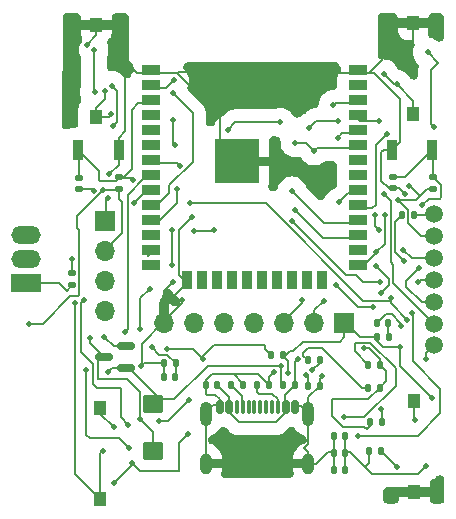
<source format=gbr>
%TF.GenerationSoftware,KiCad,Pcbnew,7.0.10*%
%TF.CreationDate,2024-12-04T03:17:35+05:30*%
%TF.ProjectId,Watch_v3,57617463-685f-4763-932e-6b696361645f,Watch_v3*%
%TF.SameCoordinates,Original*%
%TF.FileFunction,Copper,L1,Top*%
%TF.FilePolarity,Positive*%
%FSLAX46Y46*%
G04 Gerber Fmt 4.6, Leading zero omitted, Abs format (unit mm)*
G04 Created by KiCad (PCBNEW 7.0.10) date 2024-12-04 03:17:35*
%MOMM*%
%LPD*%
G01*
G04 APERTURE LIST*
G04 Aperture macros list*
%AMRoundRect*
0 Rectangle with rounded corners*
0 $1 Rounding radius*
0 $2 $3 $4 $5 $6 $7 $8 $9 X,Y pos of 4 corners*
0 Add a 4 corners polygon primitive as box body*
4,1,4,$2,$3,$4,$5,$6,$7,$8,$9,$2,$3,0*
0 Add four circle primitives for the rounded corners*
1,1,$1+$1,$2,$3*
1,1,$1+$1,$4,$5*
1,1,$1+$1,$6,$7*
1,1,$1+$1,$8,$9*
0 Add four rect primitives between the rounded corners*
20,1,$1+$1,$2,$3,$4,$5,0*
20,1,$1+$1,$4,$5,$6,$7,0*
20,1,$1+$1,$6,$7,$8,$9,0*
20,1,$1+$1,$8,$9,$2,$3,0*%
G04 Aperture macros list end*
%TA.AperFunction,SMDPad,CuDef*%
%ADD10RoundRect,0.140000X-0.140000X-0.170000X0.140000X-0.170000X0.140000X0.170000X-0.140000X0.170000X0*%
%TD*%
%TA.AperFunction,SMDPad,CuDef*%
%ADD11RoundRect,0.140000X0.140000X0.170000X-0.140000X0.170000X-0.140000X-0.170000X0.140000X-0.170000X0*%
%TD*%
%TA.AperFunction,SMDPad,CuDef*%
%ADD12RoundRect,0.135000X-0.135000X-0.185000X0.135000X-0.185000X0.135000X0.185000X-0.135000X0.185000X0*%
%TD*%
%TA.AperFunction,SMDPad,CuDef*%
%ADD13RoundRect,0.140000X0.170000X-0.140000X0.170000X0.140000X-0.170000X0.140000X-0.170000X-0.140000X0*%
%TD*%
%TA.AperFunction,SMDPad,CuDef*%
%ADD14RoundRect,0.147500X-0.147500X-0.172500X0.147500X-0.172500X0.147500X0.172500X-0.147500X0.172500X0*%
%TD*%
%TA.AperFunction,ComponentPad*%
%ADD15R,2.500000X1.500000*%
%TD*%
%TA.AperFunction,ComponentPad*%
%ADD16O,2.500000X1.500000*%
%TD*%
%TA.AperFunction,SMDPad,CuDef*%
%ADD17RoundRect,0.222222X-0.627778X0.577778X-0.627778X-0.577778X0.627778X-0.577778X0.627778X0.577778X0*%
%TD*%
%TA.AperFunction,ComponentPad*%
%ADD18R,1.700000X1.700000*%
%TD*%
%TA.AperFunction,ComponentPad*%
%ADD19O,1.700000X1.700000*%
%TD*%
%TA.AperFunction,SMDPad,CuDef*%
%ADD20RoundRect,0.135000X0.135000X0.185000X-0.135000X0.185000X-0.135000X-0.185000X0.135000X-0.185000X0*%
%TD*%
%TA.AperFunction,SMDPad,CuDef*%
%ADD21C,1.500000*%
%TD*%
%TA.AperFunction,SMDPad,CuDef*%
%ADD22R,0.900000X0.900000*%
%TD*%
%TA.AperFunction,SMDPad,CuDef*%
%ADD23R,3.800000X3.800000*%
%TD*%
%TA.AperFunction,SMDPad,CuDef*%
%ADD24R,1.500000X0.900000*%
%TD*%
%TA.AperFunction,SMDPad,CuDef*%
%ADD25R,0.900000X1.500000*%
%TD*%
%TA.AperFunction,SMDPad,CuDef*%
%ADD26R,1.000000X1.250000*%
%TD*%
%TA.AperFunction,SMDPad,CuDef*%
%ADD27R,0.900000X1.700000*%
%TD*%
%TA.AperFunction,SMDPad,CuDef*%
%ADD28RoundRect,0.135000X-0.185000X0.135000X-0.185000X-0.135000X0.185000X-0.135000X0.185000X0.135000X0*%
%TD*%
%TA.AperFunction,SMDPad,CuDef*%
%ADD29RoundRect,0.150000X-0.150000X-0.425000X0.150000X-0.425000X0.150000X0.425000X-0.150000X0.425000X0*%
%TD*%
%TA.AperFunction,SMDPad,CuDef*%
%ADD30RoundRect,0.075000X-0.075000X-0.500000X0.075000X-0.500000X0.075000X0.500000X-0.075000X0.500000X0*%
%TD*%
%TA.AperFunction,ComponentPad*%
%ADD31O,1.000000X2.100000*%
%TD*%
%TA.AperFunction,ComponentPad*%
%ADD32O,1.000000X1.800000*%
%TD*%
%TA.AperFunction,SMDPad,CuDef*%
%ADD33RoundRect,0.135000X0.185000X-0.135000X0.185000X0.135000X-0.185000X0.135000X-0.185000X-0.135000X0*%
%TD*%
%TA.AperFunction,SMDPad,CuDef*%
%ADD34RoundRect,0.150000X0.587500X0.150000X-0.587500X0.150000X-0.587500X-0.150000X0.587500X-0.150000X0*%
%TD*%
%TA.AperFunction,ViaPad*%
%ADD35C,0.470000*%
%TD*%
%TA.AperFunction,Conductor*%
%ADD36C,0.160000*%
%TD*%
%TA.AperFunction,Conductor*%
%ADD37C,0.200000*%
%TD*%
%TA.AperFunction,Conductor*%
%ADD38C,0.170000*%
%TD*%
G04 APERTURE END LIST*
D10*
%TO.P,C14,1*%
%TO.N,+3.3V*%
X157540000Y-104275000D03*
%TO.P,C14,2*%
%TO.N,GND*%
X158500000Y-104275000D03*
%TD*%
D11*
%TO.P,C13,1*%
%TO.N,+3.3V*%
X155510000Y-102950000D03*
%TO.P,C13,2*%
%TO.N,GND*%
X154550000Y-102950000D03*
%TD*%
D10*
%TO.P,C19,1*%
%TO.N,GND*%
X154540000Y-104425000D03*
%TO.P,C19,2*%
%TO.N,+3.3V*%
X155500000Y-104425000D03*
%TD*%
%TO.P,C20,1*%
%TO.N,GND*%
X154565000Y-105825000D03*
%TO.P,C20,2*%
%TO.N,+3.3V*%
X155525000Y-105825000D03*
%TD*%
D11*
%TO.P,C15,1*%
%TO.N,VBUS*%
X141105000Y-97950000D03*
%TO.P,C15,2*%
%TO.N,GND*%
X140145000Y-97950000D03*
%TD*%
D12*
%TO.P,R1,1*%
%TO.N,Net-(J1-CC2)*%
X148075000Y-98650000D03*
%TO.P,R1,2*%
%TO.N,GND*%
X149095000Y-98650000D03*
%TD*%
D13*
%TO.P,C8,1*%
%TO.N,GND*%
X159575000Y-81960000D03*
%TO.P,C8,2*%
%TO.N,/IO0*%
X159575000Y-81000000D03*
%TD*%
D14*
%TO.P,D4,1,K*%
%TO.N,Net-(D4-K)*%
X157475000Y-98875000D03*
%TO.P,D4,2,A*%
%TO.N,+5V*%
X158445000Y-98875000D03*
%TD*%
D15*
%TO.P,SW2,1,A*%
%TO.N,Net-(SW2-A)*%
X128450000Y-89975000D03*
D16*
%TO.P,SW2,2,B*%
%TO.N,VBUS*%
X128450000Y-87975000D03*
%TO.P,SW2,3,C*%
%TO.N,unconnected-(SW2-C-Pad3)*%
X128450000Y-85975000D03*
%TD*%
D17*
%TO.P,D1,A*%
%TO.N,Net-(Q1-G)*%
X139250000Y-100275000D03*
%TO.P,D1,C*%
%TO.N,Net-(Q1-D)*%
X139250000Y-104275000D03*
%TD*%
D18*
%TO.P,J7,1,Pin_1*%
%TO.N,+3.3V*%
X155405000Y-93400000D03*
D19*
%TO.P,J7,2,Pin_2*%
%TO.N,/SCL*%
X152865000Y-93400000D03*
%TO.P,J7,3,Pin_3*%
%TO.N,/SDA*%
X150325000Y-93400000D03*
%TO.P,J7,4,Pin_4*%
%TO.N,unconnected-(J7-Pin_4-Pad4)*%
X147785000Y-93400000D03*
%TO.P,J7,5,Pin_5*%
%TO.N,unconnected-(J7-Pin_5-Pad5)*%
X145245000Y-93400000D03*
%TO.P,J7,6,Pin_6*%
%TO.N,unconnected-(J7-Pin_6-Pad6)*%
X142705000Y-93400000D03*
%TO.P,J7,7,Pin_7*%
%TO.N,GND*%
X140165000Y-93400000D03*
%TD*%
D20*
%TO.P,R6,1*%
%TO.N,Net-(U3-~{CHRG})*%
X153350000Y-96575000D03*
%TO.P,R6,2*%
%TO.N,Net-(D4-K)*%
X152330000Y-96575000D03*
%TD*%
D21*
%TO.P,J8,1,Pin_1*%
%TO.N,GND*%
X163025000Y-95300000D03*
%TO.P,J8,2,Pin_2*%
%TO.N,/TX*%
X163025000Y-93450000D03*
%TO.P,J8,3,Pin_3*%
%TO.N,/RX*%
X163025000Y-91600000D03*
%TO.P,J8,4,Pin_4*%
%TO.N,/EN*%
X163025000Y-89750000D03*
%TO.P,J8,5,Pin_5*%
%TO.N,/IO0*%
X163025000Y-87900000D03*
%TO.P,J8,6,Pin_6*%
%TO.N,+3.3V*%
X163025000Y-86050000D03*
%TO.P,J8,7,Pin_7*%
%TO.N,Net-(J8-Pin_7)*%
X163025000Y-84200000D03*
%TD*%
D13*
%TO.P,C7,1*%
%TO.N,GND*%
X133000000Y-82080000D03*
%TO.P,C7,2*%
%TO.N,/EN*%
X133000000Y-81120000D03*
%TD*%
D11*
%TO.P,C1,1*%
%TO.N,+5V*%
X144660000Y-98650000D03*
%TO.P,C1,2*%
%TO.N,GND*%
X143700000Y-98650000D03*
%TD*%
D22*
%TO.P,U4,39,GND*%
%TO.N,GND*%
X147725000Y-81120000D03*
X147725000Y-79720000D03*
X147725000Y-78320000D03*
X146325000Y-81120000D03*
D23*
X146325000Y-79720000D03*
D22*
X146325000Y-79720000D03*
X146325000Y-78320000D03*
X144925000Y-81120000D03*
X144925000Y-79720000D03*
X144925000Y-78320000D03*
D24*
%TO.P,U4,38,GND*%
X156575000Y-72000000D03*
%TO.P,U4,37,IO23*%
%TO.N,unconnected-(U4-IO23-Pad37)*%
X156575000Y-73270000D03*
%TO.P,U4,36,IO22*%
%TO.N,/SCL*%
X156575000Y-74540000D03*
%TO.P,U4,35,TXD0/IO1*%
%TO.N,/TX*%
X156575000Y-75810000D03*
%TO.P,U4,34,RXD0/IO3*%
%TO.N,/RX*%
X156575000Y-77080000D03*
%TO.P,U4,33,IO21*%
%TO.N,/SDA*%
X156575000Y-78350000D03*
%TO.P,U4,32,NC*%
%TO.N,unconnected-(U4-NC-Pad32)*%
X156575000Y-79620000D03*
%TO.P,U4,31,IO19*%
%TO.N,unconnected-(U4-IO19-Pad31)*%
X156575000Y-80890000D03*
%TO.P,U4,30,IO18*%
%TO.N,/motor*%
X156575000Y-82160000D03*
%TO.P,U4,29,IO5*%
%TO.N,/Buzz*%
X156575000Y-83430000D03*
%TO.P,U4,28,IO17*%
%TO.N,/TX2*%
X156575000Y-84700000D03*
%TO.P,U4,27,IO16*%
%TO.N,/RX2*%
X156575000Y-85970000D03*
%TO.P,U4,26,IO4*%
%TO.N,unconnected-(U4-IO4-Pad26)*%
X156575000Y-87240000D03*
%TO.P,U4,25,IO0*%
%TO.N,/IO0*%
X156575000Y-88510000D03*
D25*
%TO.P,U4,24,IO2*%
%TO.N,unconnected-(U4-IO2-Pad24)*%
X153545000Y-89760000D03*
%TO.P,U4,23,IO15*%
%TO.N,unconnected-(U4-IO15-Pad23)*%
X152275000Y-89760000D03*
%TO.P,U4,22,SDI/SD1*%
%TO.N,unconnected-(U4-SDI{slash}SD1-Pad22)*%
X151005000Y-89760000D03*
%TO.P,U4,21,SDO/SD0*%
%TO.N,unconnected-(U4-SDO{slash}SD0-Pad21)*%
X149735000Y-89760000D03*
%TO.P,U4,20,SCK/CLK*%
%TO.N,unconnected-(U4-SCK{slash}CLK-Pad20)*%
X148465000Y-89760000D03*
%TO.P,U4,19,SCS/CMD*%
%TO.N,unconnected-(U4-SCS{slash}CMD-Pad19)*%
X147195000Y-89760000D03*
%TO.P,U4,18,SWP/SD3*%
%TO.N,unconnected-(U4-SWP{slash}SD3-Pad18)*%
X145925000Y-89760000D03*
%TO.P,U4,17,SHD/SD2*%
%TO.N,unconnected-(U4-SHD{slash}SD2-Pad17)*%
X144655000Y-89760000D03*
%TO.P,U4,16,IO13*%
%TO.N,unconnected-(U4-IO13-Pad16)*%
X143385000Y-89760000D03*
%TO.P,U4,15,GND*%
%TO.N,GND*%
X142115000Y-89760000D03*
D24*
%TO.P,U4,14,IO12*%
%TO.N,/12*%
X139075000Y-88510000D03*
%TO.P,U4,13,IO14*%
%TO.N,/14*%
X139075000Y-87240000D03*
%TO.P,U4,12,IO27*%
%TO.N,/27*%
X139075000Y-85970000D03*
%TO.P,U4,11,IO26*%
%TO.N,/Down*%
X139075000Y-84700000D03*
%TO.P,U4,10,IO25*%
%TO.N,/Mode*%
X139075000Y-83430000D03*
%TO.P,U4,9,IO33*%
%TO.N,/Up*%
X139075000Y-82160000D03*
%TO.P,U4,8,IO32*%
%TO.N,/Select*%
X139075000Y-80890000D03*
%TO.P,U4,7,IO35*%
%TO.N,/ADC_Batt*%
X139075000Y-79620000D03*
%TO.P,U4,6,IO34*%
%TO.N,unconnected-(U4-IO34-Pad6)*%
X139075000Y-78350000D03*
%TO.P,U4,5,SENSOR_VN*%
%TO.N,unconnected-(U4-SENSOR_VN-Pad5)*%
X139075000Y-77080000D03*
%TO.P,U4,4,SENSOR_VP*%
%TO.N,unconnected-(U4-SENSOR_VP-Pad4)*%
X139075000Y-75810000D03*
%TO.P,U4,3,EN*%
%TO.N,/EN*%
X139075000Y-74540000D03*
%TO.P,U4,2,VDD*%
%TO.N,Net-(U4-VDD)*%
X139075000Y-73270000D03*
%TO.P,U4,1,GND*%
%TO.N,GND*%
X139075000Y-72000000D03*
%TD*%
D14*
%TO.P,D2,1,K*%
%TO.N,GND*%
X158200000Y-93400000D03*
%TO.P,D2,2,A*%
%TO.N,Net-(D2-A)*%
X159170000Y-93400000D03*
%TD*%
D26*
%TO.P,SW7,1,A*%
%TO.N,/Up*%
X134775000Y-108325000D03*
%TO.P,SW7,2,B*%
%TO.N,GND*%
X134775000Y-100575000D03*
%TD*%
D12*
%TO.P,R38,1*%
%TO.N,+5V*%
X157580000Y-101800000D03*
%TO.P,R38,2*%
%TO.N,Net-(U3-VCC)*%
X158600000Y-101800000D03*
%TD*%
D27*
%TO.P,SW1,1,A*%
%TO.N,GND*%
X136325000Y-78750000D03*
%TO.P,SW1,2,B*%
%TO.N,/EN*%
X132925000Y-78750000D03*
%TD*%
D11*
%TO.P,C16,1*%
%TO.N,VBUS*%
X141155000Y-96825000D03*
%TO.P,C16,2*%
%TO.N,GND*%
X140195000Y-96825000D03*
%TD*%
D20*
%TO.P,R25,1*%
%TO.N,+3.3V*%
X150210000Y-96125000D03*
%TO.P,R25,2*%
%TO.N,Net-(U1-VOUT)*%
X149190000Y-96125000D03*
%TD*%
D12*
%TO.P,R3,1*%
%TO.N,Net-(Q1-G)*%
X152325000Y-98700000D03*
%TO.P,R3,2*%
%TO.N,GND*%
X153345000Y-98700000D03*
%TD*%
D28*
%TO.P,R12,1*%
%TO.N,/EN*%
X136375000Y-81015000D03*
%TO.P,R12,2*%
%TO.N,+3.3V*%
X136375000Y-82035000D03*
%TD*%
D14*
%TO.P,D3,1,K*%
%TO.N,Net-(D3-K)*%
X157465000Y-96925000D03*
%TO.P,D3,2,A*%
%TO.N,+5V*%
X158435000Y-96925000D03*
%TD*%
D29*
%TO.P,J1,A1,GND*%
%TO.N,GND*%
X144870000Y-100545000D03*
%TO.P,J1,A4,VBUS*%
%TO.N,+5V*%
X145670000Y-100545000D03*
D30*
%TO.P,J1,A5,CC1*%
%TO.N,Net-(J1-CC1)*%
X146820000Y-100545000D03*
%TO.P,J1,A6,D+*%
%TO.N,unconnected-(J1-D+-PadA6)*%
X147820000Y-100545000D03*
%TO.P,J1,A7,D-*%
%TO.N,unconnected-(J1-D--PadA7)*%
X148320000Y-100545000D03*
%TO.P,J1,A8,SBU1*%
%TO.N,unconnected-(J1-SBU1-PadA8)*%
X149320000Y-100545000D03*
D29*
%TO.P,J1,A9,VBUS*%
%TO.N,+5V*%
X150470000Y-100545000D03*
%TO.P,J1,A12,GND*%
%TO.N,GND*%
X151270000Y-100545000D03*
%TO.P,J1,B1,GND*%
X151270000Y-100545000D03*
%TO.P,J1,B4,VBUS*%
%TO.N,+5V*%
X150470000Y-100545000D03*
D30*
%TO.P,J1,B5,CC2*%
%TO.N,Net-(J1-CC2)*%
X149820000Y-100545000D03*
%TO.P,J1,B6,D+*%
%TO.N,unconnected-(J1-D+-PadB6)*%
X148820000Y-100545000D03*
%TO.P,J1,B7,D-*%
%TO.N,unconnected-(J1-D--PadB7)*%
X147320000Y-100545000D03*
%TO.P,J1,B8,SBU2*%
%TO.N,unconnected-(J1-SBU2-PadB8)*%
X146320000Y-100545000D03*
D29*
%TO.P,J1,B9,VBUS*%
%TO.N,+5V*%
X145670000Y-100545000D03*
%TO.P,J1,B12,GND*%
%TO.N,GND*%
X144870000Y-100545000D03*
D31*
%TO.P,J1,S1,SHIELD*%
X143750000Y-101120000D03*
D32*
X143750000Y-105300000D03*
D31*
X152390000Y-101120000D03*
D32*
X152390000Y-105300000D03*
%TD*%
D12*
%TO.P,R4,1*%
%TO.N,+3.3V*%
X158205000Y-94575000D03*
%TO.P,R4,2*%
%TO.N,Net-(D2-A)*%
X159225000Y-94575000D03*
%TD*%
%TO.P,R2,1*%
%TO.N,Net-(J1-CC1)*%
X145875000Y-98650000D03*
%TO.P,R2,2*%
%TO.N,GND*%
X146895000Y-98650000D03*
%TD*%
D26*
%TO.P,SW4,1,A*%
%TO.N,/Mode*%
X161250000Y-75750000D03*
%TO.P,SW4,2,B*%
%TO.N,GND*%
X161250000Y-68000000D03*
%TD*%
D12*
%TO.P,R9,1*%
%TO.N,+5V*%
X160305000Y-84275000D03*
%TO.P,R9,2*%
%TO.N,Net-(J8-Pin_7)*%
X161325000Y-84275000D03*
%TD*%
D33*
%TO.P,R19,1*%
%TO.N,Net-(SW2-A)*%
X132375000Y-90220000D03*
%TO.P,R19,2*%
%TO.N,ENA*%
X132375000Y-89200000D03*
%TD*%
D26*
%TO.P,SW6,1,A*%
%TO.N,/Select*%
X161350000Y-99975000D03*
%TO.P,SW6,2,B*%
%TO.N,GND*%
X161350000Y-107725000D03*
%TD*%
D12*
%TO.P,R20,1*%
%TO.N,Net-(Q1-G)*%
X150225000Y-98675000D03*
%TO.P,R20,2*%
%TO.N,+5V*%
X151245000Y-98675000D03*
%TD*%
D34*
%TO.P,Q1,1,G*%
%TO.N,Net-(Q1-G)*%
X136925000Y-97225000D03*
%TO.P,Q1,2,S*%
%TO.N,+BATT*%
X136925000Y-95325000D03*
%TO.P,Q1,3,D*%
%TO.N,Net-(Q1-D)*%
X135050000Y-96275000D03*
%TD*%
D18*
%TO.P,J4,1,Pin_1*%
%TO.N,GND*%
X135200000Y-84775000D03*
D19*
%TO.P,J4,2,Pin_2*%
%TO.N,+3.3V*%
X135200000Y-87315000D03*
%TO.P,J4,3,Pin_3*%
%TO.N,/SCL*%
X135200000Y-89855000D03*
%TO.P,J4,4,Pin_4*%
%TO.N,/SDA*%
X135200000Y-92395000D03*
%TD*%
D27*
%TO.P,SW3,1,A*%
%TO.N,GND*%
X159475000Y-78725000D03*
%TO.P,SW3,2,B*%
%TO.N,/IO0*%
X162875000Y-78725000D03*
%TD*%
D28*
%TO.P,R13,1*%
%TO.N,/IO0*%
X162925000Y-81015000D03*
%TO.P,R13,2*%
%TO.N,+3.3V*%
X162925000Y-82035000D03*
%TD*%
D26*
%TO.P,SW5,1,A*%
%TO.N,/Down*%
X134425000Y-75925000D03*
%TO.P,SW5,2,B*%
%TO.N,GND*%
X134425000Y-68175000D03*
%TD*%
D35*
%TO.N,GND*%
X138250000Y-97075000D03*
X135550000Y-80800000D03*
X140925000Y-89900000D03*
X160550000Y-82450000D03*
X159625000Y-107850000D03*
X142575000Y-84449998D03*
X134225000Y-82225000D03*
X135425000Y-82800000D03*
X133625000Y-69850000D03*
X149500000Y-97575000D03*
X160242104Y-93671641D03*
X161075000Y-69800000D03*
X135900000Y-102200000D03*
X158600000Y-70150000D03*
X153550000Y-97925000D03*
X141675000Y-91450000D03*
X142575000Y-72150000D03*
X137250000Y-71625000D03*
X159875000Y-105600000D03*
X162375000Y-96450000D03*
%TO.N,+5V*%
X158100000Y-88575000D03*
X160475000Y-88150000D03*
X158500000Y-90875000D03*
X151475000Y-96475000D03*
X157100004Y-95550000D03*
%TO.N,VBUS*%
X139125000Y-95449994D03*
%TO.N,+3.3V*%
X135025000Y-82160000D03*
X135925000Y-106975000D03*
X158350000Y-85500000D03*
X134225000Y-70275000D03*
X137450000Y-105250000D03*
X163025000Y-76775000D03*
X142225000Y-102775000D03*
X135775000Y-73325000D03*
X160900000Y-81775000D03*
X128750000Y-93450000D03*
X162850000Y-99750000D03*
X162375000Y-105500000D03*
X150675000Y-97600000D03*
X134300000Y-73875000D03*
X159975000Y-82975000D03*
X158050000Y-84226372D03*
X160175000Y-95400000D03*
X135850000Y-76734000D03*
X162475000Y-70475000D03*
%TO.N,/IO0*%
X158863000Y-84250000D03*
X160425782Y-87200000D03*
X158149996Y-87425000D03*
X162000000Y-83450000D03*
%TO.N,/Mode*%
X140900000Y-73950000D03*
X159875000Y-73200000D03*
X158800000Y-72325000D03*
%TO.N,/Down*%
X135709188Y-75715992D03*
X141100000Y-78325000D03*
X141275000Y-82100000D03*
X140925000Y-76175000D03*
X135200000Y-73750000D03*
%TO.N,/Select*%
X161450000Y-101600000D03*
X136850000Y-94125000D03*
%TO.N,/Up*%
X137650000Y-83250000D03*
X135000000Y-104225000D03*
X132625000Y-91700000D03*
%TO.N,Net-(D3-K)*%
X155425000Y-101400000D03*
%TO.N,/RX*%
X161775000Y-88775000D03*
X154725000Y-90200000D03*
X154875000Y-77725000D03*
X157875000Y-92025000D03*
%TO.N,/TX*%
X158750000Y-82475000D03*
X158350000Y-76300000D03*
%TO.N,+BATT*%
X133600000Y-97350000D03*
X161200000Y-92575000D03*
X156600000Y-102950000D03*
X137200004Y-104000000D03*
X135125000Y-94550000D03*
%TO.N,Net-(Q1-G)*%
X152146133Y-97802394D03*
X150075000Y-97050000D03*
X135425000Y-97550000D03*
%TO.N,/SCL*%
X138175000Y-93950000D03*
X138944362Y-90544362D03*
X153700000Y-91500000D03*
X154500000Y-74925000D03*
%TO.N,/SDA*%
X150000000Y-76425000D03*
X145575000Y-77050000D03*
X152900000Y-78825000D03*
X151875000Y-91475000D03*
X151275000Y-78125000D03*
%TO.N,/RX2*%
X151250000Y-83850000D03*
%TO.N,/TX2*%
X151000000Y-82225000D03*
%TO.N,/motor*%
X154975000Y-83200000D03*
%TO.N,Net-(U3-~{CHRG})*%
X152725000Y-97425000D03*
%TO.N,/ADC_Batt*%
X159379473Y-91299998D03*
X160756864Y-93118140D03*
X141500000Y-80100000D03*
X142350000Y-83250000D03*
%TO.N,/Buzz*%
X159025000Y-77399994D03*
%TO.N,/EN*%
X161650000Y-89925000D03*
X137500000Y-81300000D03*
X158475000Y-89900000D03*
X151000000Y-84750000D03*
%TO.N,ENA*%
X133425000Y-91475000D03*
X139775000Y-101675000D03*
X132375000Y-87950000D03*
X137125000Y-102000000D03*
X142275000Y-99925000D03*
%TO.N,Net-(Q5-C)*%
X152475000Y-76875000D03*
X154900000Y-76325000D03*
%TO.N,Net-(U4-VDD)*%
X141025000Y-72850000D03*
%TO.N,Net-(U6-VDD)*%
X144400000Y-85525000D03*
X140800000Y-85500000D03*
X140825000Y-88525000D03*
X142699994Y-85575000D03*
%TO.N,Net-(Q1-D)*%
X133875000Y-94675000D03*
X138137500Y-101537500D03*
%TO.N,Net-(U1-VOUT)*%
X143497190Y-96468175D03*
X140452785Y-95601777D03*
%TO.N,Net-(U3-VCC)*%
X158500000Y-100700000D03*
%TD*%
D36*
%TO.N,Net-(D3-K)*%
X159775000Y-98750000D02*
X157125000Y-101400000D01*
X156342000Y-95058000D02*
X157583000Y-95058000D01*
X157583000Y-95058000D02*
X159775000Y-97250000D01*
X156342000Y-95802000D02*
X156342000Y-95058000D01*
X157125000Y-101400000D02*
X155425000Y-101400000D01*
X159775000Y-97250000D02*
X159775000Y-98750000D01*
X157465000Y-96925000D02*
X156342000Y-95802000D01*
%TO.N,+5V*%
X157110000Y-102175000D02*
X157335000Y-102400000D01*
X154425000Y-101300000D02*
X155300000Y-102175000D01*
X154425000Y-99850000D02*
X154425000Y-101300000D01*
X157102500Y-99850000D02*
X154425000Y-99850000D01*
X155300000Y-102175000D02*
X157110000Y-102175000D01*
D37*
%TO.N,+3.3V*%
X155525000Y-105825000D02*
X155525000Y-105405000D01*
X155525000Y-105405000D02*
X155530000Y-105400000D01*
%TO.N,GND*%
X154565000Y-105825000D02*
X154565000Y-105405000D01*
X154565000Y-105405000D02*
X154570000Y-105400000D01*
%TO.N,Net-(SW2-A)*%
X131950000Y-90675000D02*
X131250000Y-89975000D01*
X131250000Y-89975000D02*
X128450000Y-89975000D01*
X131950000Y-90675000D02*
X132325000Y-90300000D01*
X132325000Y-90300000D02*
X132375000Y-90350000D01*
D36*
%TO.N,/EN*%
X139050000Y-74795000D02*
X138005000Y-74795000D01*
X138005000Y-74795000D02*
X137450000Y-75350000D01*
X137450000Y-75350000D02*
X137450000Y-80400000D01*
X136710000Y-81140000D02*
X136375000Y-81140000D01*
X137450000Y-80400000D02*
X136710000Y-81140000D01*
D37*
%TO.N,/ADC_Batt*%
X142350000Y-83250000D02*
X148775000Y-83250000D01*
X157025000Y-91500000D02*
X159179471Y-91500000D01*
X148775000Y-83250000D02*
X157025000Y-91500000D01*
X159179471Y-91500000D02*
X159379473Y-91299998D01*
%TO.N,/EN*%
X158475000Y-89900000D02*
X157000000Y-89900000D01*
X157000000Y-89900000D02*
X156450000Y-89350000D01*
X156450000Y-89350000D02*
X155550000Y-89350000D01*
X155550000Y-89350000D02*
X151000000Y-84800000D01*
X151000000Y-84800000D02*
X151000000Y-84750000D01*
%TO.N,/SDA*%
X146200000Y-76425000D02*
X145575000Y-77050000D01*
X150000000Y-76425000D02*
X146200000Y-76425000D01*
%TO.N,GND*%
X156550000Y-72255000D02*
X157500000Y-72255000D01*
X159436277Y-92650000D02*
X160242104Y-93455827D01*
X147700000Y-79975000D02*
X147700000Y-79550000D01*
X160150000Y-78050000D02*
X160150000Y-74475000D01*
X141335000Y-72150000D02*
X142500000Y-72150000D01*
X158600000Y-71155000D02*
X158600000Y-70150000D01*
D38*
X143800000Y-99500000D02*
X143700000Y-99400000D01*
D36*
X151245000Y-100445000D02*
X151790000Y-100445000D01*
D37*
X140170000Y-90655000D02*
X140925000Y-89900000D01*
D38*
X144870000Y-100545000D02*
X144870000Y-99845000D01*
D36*
X140170000Y-93250000D02*
X138275000Y-95145000D01*
D37*
X141425000Y-89350000D02*
X142090000Y-90015000D01*
X159185000Y-81960000D02*
X158575000Y-81350000D01*
X149095000Y-98650000D02*
X149095000Y-97980000D01*
D36*
X136325000Y-77700000D02*
X136900000Y-77125000D01*
X148145000Y-97700000D02*
X146050000Y-97700000D01*
X136900000Y-77125000D02*
X136900000Y-71975000D01*
X146895000Y-98545000D02*
X146895000Y-98650000D01*
X152365000Y-101020000D02*
X152365000Y-99680000D01*
X134425000Y-68175000D02*
X134425000Y-69050000D01*
D37*
X158480000Y-104275000D02*
X158550000Y-104275000D01*
D36*
X134425000Y-69050000D02*
X133625000Y-69850000D01*
D37*
X138500000Y-96825000D02*
X138250000Y-97075000D01*
D38*
X152390000Y-103635000D02*
X152050000Y-103975000D01*
D36*
X151790000Y-100445000D02*
X152365000Y-101020000D01*
D37*
X153025000Y-105300000D02*
X152390000Y-105300000D01*
D36*
X140170000Y-91935000D02*
X142090000Y-90015000D01*
D37*
X158550000Y-104275000D02*
X159875000Y-105600000D01*
D36*
X134080000Y-82080000D02*
X134225000Y-82225000D01*
X135275000Y-84610000D02*
X135275000Y-82950000D01*
X136325000Y-78750000D02*
X136325000Y-80025000D01*
D37*
X158775000Y-78725000D02*
X159475000Y-78725000D01*
D36*
X161350000Y-107725000D02*
X159750000Y-107725000D01*
D38*
X144900000Y-81375000D02*
X144900000Y-75925000D01*
D36*
X144200000Y-97700000D02*
X146050000Y-97700000D01*
X153345000Y-98130000D02*
X153550000Y-97925000D01*
X135275000Y-82950000D02*
X135425000Y-82800000D01*
D37*
X141675000Y-91450000D02*
X141675000Y-91745000D01*
X142575000Y-84449998D02*
X142500002Y-84449998D01*
D36*
X162375000Y-95950000D02*
X163025000Y-95300000D01*
X149095000Y-98650000D02*
X148145000Y-97700000D01*
X136900000Y-71975000D02*
X137250000Y-71625000D01*
D38*
X152390000Y-104315000D02*
X152390000Y-105300000D01*
D37*
X161250000Y-68000000D02*
X161250000Y-69625000D01*
X140145000Y-97950000D02*
X140145000Y-96875000D01*
D36*
X162375000Y-96450000D02*
X162375000Y-95950000D01*
X153345000Y-98700000D02*
X153345000Y-98130000D01*
X140170000Y-93250000D02*
X140170000Y-91935000D01*
D37*
X141230000Y-72255000D02*
X139050000Y-72255000D01*
D36*
X152365000Y-99680000D02*
X153345000Y-98700000D01*
D37*
X141675000Y-91745000D02*
X140170000Y-93250000D01*
X141425000Y-85525000D02*
X141425000Y-89350000D01*
X160150000Y-74475000D02*
X157930000Y-72255000D01*
D36*
X138275000Y-96050000D02*
X138275000Y-97050000D01*
D38*
X144525000Y-99500000D02*
X143800000Y-99500000D01*
D37*
X140145000Y-96875000D02*
X140195000Y-96825000D01*
X144900000Y-75925000D02*
X141230000Y-72255000D01*
D36*
X143700000Y-98650000D02*
X143700000Y-98200000D01*
X143700000Y-98650000D02*
X143725000Y-98675000D01*
X137880000Y-72255000D02*
X137250000Y-71625000D01*
X136325000Y-80025000D02*
X135550000Y-80800000D01*
D37*
X154570000Y-103225000D02*
X154570000Y-104300000D01*
X146325000Y-78460000D02*
X146325000Y-79860000D01*
D38*
X152390000Y-101120000D02*
X152390000Y-103635000D01*
D36*
X139050000Y-72255000D02*
X137880000Y-72255000D01*
D37*
X149095000Y-97980000D02*
X149500000Y-97575000D01*
D36*
X134775000Y-101075000D02*
X135900000Y-102200000D01*
D37*
X141230000Y-72255000D02*
X141335000Y-72150000D01*
D36*
X143700000Y-98200000D02*
X144200000Y-97700000D01*
X133000000Y-82080000D02*
X134080000Y-82080000D01*
D37*
X142500002Y-84449998D02*
X141425000Y-85525000D01*
D36*
X134775000Y-100575000D02*
X134775000Y-101075000D01*
D37*
X154025000Y-104300000D02*
X153025000Y-105300000D01*
X154570000Y-104300000D02*
X154025000Y-104300000D01*
D38*
X144870000Y-99845000D02*
X144525000Y-99500000D01*
D37*
X157500000Y-72255000D02*
X158600000Y-71155000D01*
X161250000Y-69625000D02*
X161075000Y-69800000D01*
X147725000Y-78460000D02*
X146325000Y-79860000D01*
D38*
X144900000Y-78575000D02*
X146300000Y-79975000D01*
D36*
X138275000Y-95145000D02*
X138275000Y-96050000D01*
D37*
X159575000Y-81960000D02*
X160060000Y-81960000D01*
X154570000Y-104300000D02*
X154570000Y-105400000D01*
D38*
X143750000Y-105300000D02*
X143750000Y-101120000D01*
D37*
X159575000Y-81960000D02*
X159185000Y-81960000D01*
D36*
X138275000Y-97050000D02*
X138250000Y-97075000D01*
D37*
X158575000Y-78925000D02*
X158775000Y-78725000D01*
X154995000Y-72255000D02*
X156550000Y-72255000D01*
D36*
X146050000Y-97700000D02*
X146895000Y-98545000D01*
D37*
X158950000Y-92650000D02*
X159436277Y-92650000D01*
X140170000Y-93250000D02*
X140170000Y-90655000D01*
D36*
X159750000Y-107725000D02*
X159625000Y-107850000D01*
D37*
X158200000Y-93400000D02*
X158950000Y-92650000D01*
D36*
X136325000Y-78750000D02*
X136325000Y-77700000D01*
D38*
X143700000Y-99400000D02*
X143700000Y-98650000D01*
D37*
X160242104Y-93455827D02*
X160242104Y-93671641D01*
X159475000Y-78725000D02*
X160150000Y-78050000D01*
X157930000Y-72255000D02*
X157500000Y-72255000D01*
D36*
X144325000Y-100375000D02*
X143750000Y-100950000D01*
D37*
X160060000Y-81960000D02*
X160550000Y-82450000D01*
D38*
X152050000Y-103975000D02*
X152390000Y-104315000D01*
D37*
X140195000Y-96825000D02*
X138500000Y-96825000D01*
X158575000Y-81350000D02*
X158575000Y-78925000D01*
D36*
X144870000Y-100375000D02*
X144325000Y-100375000D01*
%TO.N,+5V*%
X150445000Y-101005000D02*
X150445000Y-99475000D01*
D37*
X158445000Y-98875000D02*
X157470000Y-99850000D01*
X160305000Y-84275000D02*
X159750000Y-84830000D01*
D36*
X158435000Y-96925000D02*
X158435000Y-96460000D01*
X144660000Y-98650000D02*
X145645000Y-99635000D01*
D37*
X158975000Y-97465000D02*
X158435000Y-96925000D01*
X159750000Y-84830000D02*
X159750000Y-87425000D01*
X157580000Y-102155000D02*
X157335000Y-102400000D01*
D36*
X150445000Y-99475000D02*
X151245000Y-98675000D01*
D37*
X159225000Y-89700000D02*
X158100000Y-88575000D01*
X159750000Y-87425000D02*
X160475000Y-88150000D01*
X158975000Y-98345000D02*
X158975000Y-97465000D01*
D36*
X149625000Y-101825000D02*
X150445000Y-101005000D01*
D37*
X159225000Y-90150000D02*
X159225000Y-89700000D01*
D36*
X145645000Y-99635000D02*
X145645000Y-100970000D01*
X145645000Y-100970000D02*
X146500000Y-101825000D01*
X158435000Y-96460000D02*
X157525000Y-95550000D01*
X151245000Y-96705000D02*
X151475000Y-96475000D01*
D37*
X157580000Y-101800000D02*
X157580000Y-102155000D01*
X157470000Y-99850000D02*
X157102500Y-99850000D01*
D36*
X144845000Y-98725000D02*
X144770000Y-98650000D01*
D37*
X158445000Y-98875000D02*
X158975000Y-98345000D01*
D36*
X157525000Y-95550000D02*
X157100004Y-95550000D01*
X158452500Y-96942500D02*
X158435000Y-96925000D01*
D37*
X158500000Y-90875000D02*
X159225000Y-90150000D01*
D36*
X146500000Y-101825000D02*
X149625000Y-101825000D01*
X151245000Y-98675000D02*
X151245000Y-96705000D01*
D37*
%TO.N,VBUS*%
X141155000Y-96825000D02*
X140417497Y-96087497D01*
X141155000Y-96825000D02*
X141155000Y-97900000D01*
X140417497Y-96087497D02*
X139762503Y-96087497D01*
X141155000Y-97900000D02*
X141105000Y-97950000D01*
X139762503Y-96087497D02*
X139125000Y-95449994D01*
%TO.N,+3.3V*%
X158050000Y-85200000D02*
X158050000Y-84226372D01*
X151100000Y-95800000D02*
X151925000Y-94975000D01*
X157800000Y-106175000D02*
X161700000Y-106175000D01*
X155530000Y-103225000D02*
X155530000Y-104300000D01*
X161700000Y-106175000D02*
X162375000Y-105500000D01*
X157520000Y-104275000D02*
X157520000Y-105255000D01*
X161463000Y-83012000D02*
X160012000Y-83012000D01*
X158205000Y-94930000D02*
X158675000Y-95400000D01*
X136375000Y-82160000D02*
X135025000Y-82160000D01*
D36*
X135025000Y-82160000D02*
X132833000Y-84352000D01*
X162925000Y-82035000D02*
X162440002Y-82035000D01*
D37*
X163350000Y-71350000D02*
X163400000Y-71350000D01*
D36*
X160823000Y-84908660D02*
X160823000Y-83823000D01*
X129900000Y-93450000D02*
X128750000Y-93450000D01*
D37*
X161850000Y-82625000D02*
X161000000Y-81775000D01*
X160175000Y-97075000D02*
X162850000Y-99750000D01*
X158205000Y-94575000D02*
X156735000Y-94575000D01*
D36*
X132850000Y-91156562D02*
X132193438Y-91156562D01*
X161964340Y-86050000D02*
X160823000Y-84908660D01*
D37*
X136375000Y-82160000D02*
X136375000Y-82925000D01*
D36*
X150675000Y-96590000D02*
X150210000Y-96125000D01*
X162440002Y-82035000D02*
X161850000Y-82625002D01*
D37*
X160012000Y-83012000D02*
X159975000Y-82975000D01*
X161000000Y-81775000D02*
X160900000Y-81775000D01*
X151925000Y-94975000D02*
X155025000Y-94975000D01*
D36*
X160823000Y-83823000D02*
X159975000Y-82975000D01*
D37*
X155925000Y-104300000D02*
X157200000Y-105575000D01*
X162800000Y-76025000D02*
X162800000Y-76550000D01*
X157200000Y-105575000D02*
X157800000Y-106175000D01*
X163400000Y-71350000D02*
X162800000Y-71950000D01*
X158350000Y-85500000D02*
X158050000Y-85200000D01*
X162800000Y-71950000D02*
X162800000Y-76025000D01*
X150525000Y-96125000D02*
X150850000Y-95800000D01*
D36*
X138150000Y-105950000D02*
X141425000Y-105950000D01*
D37*
X156735000Y-94575000D02*
X155410000Y-93250000D01*
D36*
X132833000Y-85389564D02*
X132952000Y-85508564D01*
D37*
X158205000Y-94575000D02*
X158205000Y-94930000D01*
D36*
X137450000Y-105250000D02*
X138150000Y-105950000D01*
X134225000Y-70275000D02*
X134225000Y-73800000D01*
D37*
X161850000Y-82625002D02*
X161850000Y-82625000D01*
X162475000Y-70475000D02*
X163350000Y-71350000D01*
D36*
X132952000Y-85508564D02*
X132952000Y-91054562D01*
X134225000Y-73800000D02*
X134300000Y-73875000D01*
X132193438Y-91156562D02*
X129900000Y-93450000D01*
X137450000Y-105250000D02*
X137450000Y-105450000D01*
D37*
X136375000Y-82925000D02*
X136625000Y-83175000D01*
X150210000Y-96125000D02*
X150525000Y-96125000D01*
D36*
X137450000Y-105450000D02*
X135925000Y-106975000D01*
X135775000Y-73325000D02*
X136217000Y-73767000D01*
D37*
X162800000Y-76550000D02*
X163025000Y-76775000D01*
X160175000Y-95400000D02*
X160175000Y-97075000D01*
X155530000Y-104300000D02*
X155925000Y-104300000D01*
D36*
X163025000Y-86050000D02*
X161964340Y-86050000D01*
D37*
X161850000Y-82625000D02*
X161463000Y-83012000D01*
D36*
X132833000Y-84352000D02*
X132833000Y-85389564D01*
X136217000Y-73767000D02*
X136217000Y-76367000D01*
D37*
X155025000Y-94975000D02*
X155410000Y-94590000D01*
X136625000Y-85800000D02*
X135275000Y-87150000D01*
D36*
X150675000Y-97600000D02*
X150675000Y-96590000D01*
D37*
X150850000Y-95800000D02*
X151100000Y-95800000D01*
X155410000Y-94590000D02*
X155410000Y-93250000D01*
D36*
X141425000Y-105950000D02*
X141425000Y-103575000D01*
X136217000Y-76367000D02*
X135850000Y-76734000D01*
X132952000Y-91054562D02*
X132850000Y-91156562D01*
D37*
X158675000Y-95400000D02*
X160175000Y-95400000D01*
X157520000Y-105255000D02*
X157200000Y-105575000D01*
D36*
X141425000Y-103575000D02*
X142225000Y-102775000D01*
D37*
X155530000Y-104300000D02*
X155530000Y-105400000D01*
X136625000Y-83175000D02*
X136625000Y-85800000D01*
D36*
%TO.N,/IO0*%
X163025000Y-87900000D02*
X161125782Y-87900000D01*
D37*
X158149996Y-87425000D02*
X158863000Y-86711996D01*
X160600000Y-81000000D02*
X162875000Y-78725000D01*
X163525000Y-82875000D02*
X162575000Y-82875000D01*
X158863000Y-86711996D02*
X158863000Y-84250000D01*
X159575000Y-81000000D02*
X160600000Y-81000000D01*
X162925000Y-81015000D02*
X162925000Y-78775000D01*
D36*
X158149996Y-87465004D02*
X158149996Y-87425000D01*
D37*
X163625000Y-81715000D02*
X163625000Y-82775000D01*
X162925000Y-81015000D02*
X163625000Y-81715000D01*
D36*
X156850000Y-88765000D02*
X158149996Y-87465004D01*
X161125782Y-87900000D02*
X160425782Y-87200000D01*
X156550000Y-88765000D02*
X156850000Y-88765000D01*
D37*
X162575000Y-82875000D02*
X162000000Y-83450000D01*
X162925000Y-78775000D02*
X162875000Y-78725000D01*
X163625000Y-82775000D02*
X163525000Y-82875000D01*
%TO.N,/Mode*%
X159675000Y-73200000D02*
X158800000Y-72325000D01*
X142600000Y-79775000D02*
X140625000Y-81750000D01*
X140625000Y-82410000D02*
X139350000Y-83685000D01*
X159875000Y-73200000D02*
X159675000Y-73200000D01*
X140900000Y-73950000D02*
X142600000Y-75650000D01*
X139350000Y-83685000D02*
X139050000Y-83685000D01*
X140625000Y-81750000D02*
X140625000Y-82410000D01*
X161250000Y-74575000D02*
X159875000Y-73200000D01*
X142600000Y-75650000D02*
X142600000Y-79775000D01*
X161250000Y-75750000D02*
X161250000Y-74575000D01*
D36*
%TO.N,/Down*%
X134425000Y-75925000D02*
X135500180Y-75925000D01*
X135200000Y-74400000D02*
X135200000Y-73750000D01*
X141100000Y-78325000D02*
X140925000Y-78150000D01*
X134425000Y-75925000D02*
X134425000Y-75175000D01*
D37*
X139050000Y-84955000D02*
X139595000Y-84955000D01*
X139595000Y-84955000D02*
X140850000Y-83700000D01*
D36*
X140925000Y-78150000D02*
X140925000Y-76175000D01*
D37*
X140850000Y-83700000D02*
X141275000Y-83275000D01*
X141275000Y-83275000D02*
X141275000Y-82100000D01*
D36*
X135500180Y-75925000D02*
X135709188Y-75715992D01*
X134425000Y-75175000D02*
X135200000Y-74400000D01*
%TO.N,/Select*%
X139050000Y-81145000D02*
X138455000Y-81145000D01*
X161450000Y-101600000D02*
X161350000Y-101500000D01*
X137075000Y-82525000D02*
X137075000Y-93900000D01*
X161350000Y-101500000D02*
X161350000Y-99975000D01*
X137075000Y-93900000D02*
X136850000Y-94125000D01*
X138455000Y-81145000D02*
X137075000Y-82525000D01*
%TO.N,/Up*%
X134775000Y-108325000D02*
X134775000Y-104450000D01*
X134775000Y-108325000D02*
X132625000Y-106175000D01*
X134775000Y-104450000D02*
X135000000Y-104225000D01*
X138485000Y-82415000D02*
X137650000Y-83250000D01*
X132625000Y-106175000D02*
X132625000Y-91700000D01*
X139050000Y-82415000D02*
X138485000Y-82415000D01*
D37*
%TO.N,Net-(D2-A)*%
X159170000Y-93400000D02*
X159170000Y-94520000D01*
X159170000Y-94520000D02*
X159225000Y-94575000D01*
D36*
%TO.N,Net-(D4-K)*%
X152375000Y-95500000D02*
X153525000Y-95500000D01*
X151950000Y-95925000D02*
X152375000Y-95500000D01*
X151950000Y-95925000D02*
X151950000Y-96195000D01*
D37*
X157475000Y-98875000D02*
X156900000Y-98875000D01*
X156900000Y-98875000D02*
X153650000Y-95625000D01*
D36*
X153525000Y-95500000D02*
X153650000Y-95625000D01*
X151950000Y-96195000D02*
X152330000Y-96575000D01*
D37*
%TO.N,/RX*%
X161975000Y-91650000D02*
X160675000Y-90350000D01*
X155265000Y-77335000D02*
X154875000Y-77725000D01*
X154725000Y-90200000D02*
X156550000Y-92025000D01*
X160675000Y-90350000D02*
X160675000Y-89875000D01*
X156550000Y-92025000D02*
X157875000Y-92025000D01*
X156550000Y-77335000D02*
X155265000Y-77335000D01*
X162850000Y-91650000D02*
X161975000Y-91650000D01*
X160675000Y-89875000D02*
X161775000Y-88775000D01*
%TO.N,/TX*%
X156785000Y-76300000D02*
X156550000Y-76065000D01*
X159588000Y-90038000D02*
X159588000Y-88501723D01*
X162850000Y-93500000D02*
X162850000Y-93300000D01*
X159588000Y-88501723D02*
X159350000Y-88263723D01*
X159350000Y-88263723D02*
X159350000Y-83075000D01*
X159350000Y-83075000D02*
X158750000Y-82475000D01*
X162850000Y-93300000D02*
X159588000Y-90038000D01*
X158350000Y-76300000D02*
X156785000Y-76300000D01*
D36*
%TO.N,Net-(J1-CC1)*%
X145875000Y-98650000D02*
X146795000Y-99570000D01*
X145645000Y-98735000D02*
X145730000Y-98650000D01*
X146795000Y-99570000D02*
X146795000Y-100445000D01*
%TO.N,Net-(J1-CC2)*%
X148225000Y-99400000D02*
X148075000Y-99250000D01*
X149795000Y-100445000D02*
X149795000Y-99870001D01*
X149795000Y-99870001D02*
X149324999Y-99400000D01*
X149324999Y-99400000D02*
X148225000Y-99400000D01*
X148075000Y-99250000D02*
X148075000Y-98650000D01*
D37*
%TO.N,+BATT*%
X133600000Y-97350000D02*
X133600000Y-102875000D01*
X163550000Y-101050000D02*
X161650000Y-102950000D01*
X161250000Y-96650000D02*
X163550000Y-98950000D01*
X135900000Y-95325000D02*
X135125000Y-94550000D01*
X163550000Y-98950000D02*
X163550000Y-101050000D01*
X136925000Y-95325000D02*
X135900000Y-95325000D01*
X161250000Y-92625000D02*
X161250000Y-96650000D01*
X133600000Y-102875000D02*
X133900000Y-103175000D01*
X161650000Y-102950000D02*
X156600000Y-102950000D01*
X161200000Y-92575000D02*
X161250000Y-92625000D01*
X133900000Y-103175000D02*
X136375004Y-103175000D01*
X136375004Y-103175000D02*
X137200004Y-104000000D01*
D36*
%TO.N,Net-(Q1-G)*%
X150075000Y-98525000D02*
X150075000Y-97050000D01*
X152325000Y-97981261D02*
X152146133Y-97802394D01*
D37*
X135750000Y-97225000D02*
X135425000Y-97550000D01*
D36*
X152325000Y-98700000D02*
X152325000Y-97981261D01*
X143850000Y-97050000D02*
X150075000Y-97050000D01*
D37*
X136925000Y-97225000D02*
X135750000Y-97225000D01*
D36*
X139800000Y-99850000D02*
X141050000Y-99850000D01*
X141050000Y-99850000D02*
X143850000Y-97050000D01*
X150225000Y-98675000D02*
X150075000Y-98525000D01*
X136925000Y-96975000D02*
X139800000Y-99850000D01*
D37*
%TO.N,/27*%
X139025000Y-86250000D02*
X139050000Y-86225000D01*
%TO.N,/14*%
X138820000Y-87725000D02*
X139050000Y-87495000D01*
%TO.N,/SCL*%
X152870000Y-93250000D02*
X152870000Y-92330000D01*
X154500000Y-74925000D02*
X154630000Y-74795000D01*
X154630000Y-74795000D02*
X156550000Y-74795000D01*
X138175000Y-91313724D02*
X138175000Y-93950000D01*
X152870000Y-92330000D02*
X153700000Y-91500000D01*
X138944362Y-90544362D02*
X138175000Y-91313724D01*
%TO.N,/SDA*%
X150330000Y-93250000D02*
X151875000Y-91705000D01*
X151875000Y-91705000D02*
X151875000Y-91475000D01*
X153120000Y-78605000D02*
X156550000Y-78605000D01*
X151275000Y-78125000D02*
X152200000Y-78125000D01*
X152200000Y-78125000D02*
X152900000Y-78825000D01*
X152900000Y-78825000D02*
X153120000Y-78605000D01*
D36*
%TO.N,/RX2*%
X156550000Y-86225000D02*
X153625000Y-86225000D01*
X153625000Y-86225000D02*
X151250000Y-83850000D01*
%TO.N,/TX2*%
X156550000Y-84955000D02*
X153730000Y-84955000D01*
X153730000Y-84955000D02*
X151000000Y-82225000D01*
D37*
%TO.N,Net-(J8-Pin_7)*%
X161350000Y-84250000D02*
X161325000Y-84275000D01*
X162850000Y-84250000D02*
X161350000Y-84250000D01*
%TO.N,/motor*%
X155760000Y-82415000D02*
X154975000Y-83200000D01*
X156550000Y-82415000D02*
X155760000Y-82415000D01*
D36*
%TO.N,Net-(U3-~{CHRG})*%
X153350000Y-96575000D02*
X153350000Y-96800000D01*
X153350000Y-96800000D02*
X152725000Y-97425000D01*
D37*
%TO.N,/ADC_Batt*%
X141275000Y-79875000D02*
X139050000Y-79875000D01*
X159379473Y-91299998D02*
X159379473Y-91740749D01*
X159379473Y-91740749D02*
X160756864Y-93118140D01*
X141500000Y-80100000D02*
X141275000Y-79875000D01*
%TO.N,Net-(SW2-A)*%
X129075000Y-90300000D02*
X128975000Y-90200000D01*
X129025000Y-90300000D02*
X128850000Y-90125000D01*
%TO.N,/Buzz*%
X157790000Y-83685000D02*
X158075000Y-83400000D01*
X158075000Y-78349994D02*
X159025000Y-77399994D01*
X156550000Y-83685000D02*
X157790000Y-83685000D01*
X158075000Y-83400000D02*
X158075000Y-78349994D01*
%TO.N,/EN*%
X163025000Y-89750000D02*
X161825000Y-89750000D01*
D36*
X132925000Y-78750000D02*
X134675000Y-80500000D01*
X134675000Y-80500000D02*
X134675000Y-81300000D01*
D37*
X136140000Y-81375000D02*
X134750000Y-81375000D01*
X136375000Y-81140000D02*
X136140000Y-81375000D01*
X161825000Y-89750000D02*
X161650000Y-89925000D01*
X134750000Y-81375000D02*
X134675000Y-81300000D01*
D36*
X133000000Y-81300000D02*
X133000000Y-78825000D01*
D37*
X136375000Y-81140000D02*
X137340000Y-81140000D01*
D36*
X133000000Y-78825000D02*
X132925000Y-78750000D01*
D37*
X137340000Y-81140000D02*
X137500000Y-81300000D01*
%TO.N,ENA*%
X137125000Y-102000000D02*
X136525000Y-101400000D01*
X134175000Y-98550000D02*
X134175000Y-96850000D01*
X136525000Y-101400000D02*
X136525000Y-98875000D01*
X134175000Y-96850000D02*
X133150000Y-95825000D01*
X136525000Y-98875000D02*
X134500000Y-98875000D01*
X140525000Y-101675000D02*
X139775000Y-101675000D01*
X132375000Y-89230000D02*
X132375000Y-87950000D01*
X133150000Y-95825000D02*
X133150000Y-91750000D01*
X134500000Y-98875000D02*
X134175000Y-98550000D01*
X132325000Y-89280000D02*
X132375000Y-89230000D01*
X133150000Y-91750000D02*
X133425000Y-91475000D01*
X142275000Y-99925000D02*
X140525000Y-101675000D01*
%TO.N,Net-(Q5-C)*%
X153025000Y-76325000D02*
X152475000Y-76875000D01*
X154900000Y-76325000D02*
X153025000Y-76325000D01*
D36*
%TO.N,Net-(U4-VDD)*%
X139050000Y-73525000D02*
X140350000Y-73525000D01*
X140350000Y-73525000D02*
X141025000Y-72850000D01*
D37*
%TO.N,Net-(U6-VDD)*%
X140800000Y-88500000D02*
X140825000Y-88525000D01*
X140800000Y-85500000D02*
X140800000Y-88500000D01*
X144350000Y-85575000D02*
X142699994Y-85575000D01*
X144400000Y-85525000D02*
X144350000Y-85575000D01*
D36*
%TO.N,Net-(Q1-D)*%
X134550000Y-98125000D02*
X137025000Y-98125000D01*
D37*
X133875000Y-95100000D02*
X133875000Y-94675000D01*
D36*
X139250000Y-102650000D02*
X138137500Y-101537500D01*
X139250000Y-103850000D02*
X139250000Y-102650000D01*
X133875000Y-94850000D02*
X133875000Y-94675000D01*
X134550000Y-96525000D02*
X134550000Y-98125000D01*
X135050000Y-96025000D02*
X134550000Y-96525000D01*
D37*
X135050000Y-96275000D02*
X133875000Y-95100000D01*
D36*
X138137500Y-99237500D02*
X138137500Y-101537500D01*
X137025000Y-98125000D02*
X138137500Y-99237500D01*
%TO.N,Net-(U1-VOUT)*%
X143497190Y-96468175D02*
X142630792Y-95601777D01*
X144400000Y-95300000D02*
X148675000Y-95300000D01*
X143497190Y-96202810D02*
X144400000Y-95300000D01*
X142630792Y-95601777D02*
X140452785Y-95601777D01*
X148675000Y-95300000D02*
X148675000Y-95610000D01*
X143497190Y-96468175D02*
X143497190Y-96202810D01*
X148675000Y-95610000D02*
X149190000Y-96125000D01*
%TO.N,Net-(U3-VCC)*%
X158600000Y-100800000D02*
X158500000Y-100700000D01*
X158600000Y-101800000D02*
X158600000Y-100800000D01*
%TD*%
%TA.AperFunction,Conductor*%
%TO.N,GND*%
G36*
X163692742Y-106319415D02*
G01*
X163793736Y-106392790D01*
X163867112Y-106493783D01*
X163905689Y-106612508D01*
X163910602Y-106674692D01*
X163911564Y-108300764D01*
X163892108Y-108424073D01*
X163835500Y-108535335D01*
X163747281Y-108623659D01*
X163636086Y-108680399D01*
X163512800Y-108700000D01*
X163049000Y-108700000D01*
X162925702Y-108680472D01*
X162814474Y-108623798D01*
X162726202Y-108535526D01*
X162669528Y-108424298D01*
X162650000Y-108301000D01*
X162650000Y-108125001D01*
X162649999Y-108125000D01*
X160050001Y-108125000D01*
X160050000Y-108125001D01*
X160050000Y-108301000D01*
X160030472Y-108424298D01*
X159973798Y-108535526D01*
X159885526Y-108623798D01*
X159774298Y-108680472D01*
X159651000Y-108700000D01*
X159099000Y-108700000D01*
X158975702Y-108680472D01*
X158864474Y-108623798D01*
X158776202Y-108535526D01*
X158719528Y-108424298D01*
X158700000Y-108301000D01*
X158700000Y-107674500D01*
X158719528Y-107551202D01*
X158776202Y-107439974D01*
X158864474Y-107351702D01*
X158975702Y-107295028D01*
X159099000Y-107275500D01*
X159835229Y-107275500D01*
X159958527Y-107295028D01*
X160017350Y-107325000D01*
X162649999Y-107325000D01*
X162650000Y-107324999D01*
X162650000Y-107055074D01*
X162649999Y-107055069D01*
X162647854Y-107036027D01*
X162653454Y-106911317D01*
X162697317Y-106794443D01*
X162775149Y-106696842D01*
X162875716Y-106629735D01*
X162995110Y-106574061D01*
X163172197Y-106450063D01*
X163229471Y-106392788D01*
X163330457Y-106319418D01*
X163449182Y-106280841D01*
X163574017Y-106280840D01*
X163692742Y-106319415D01*
G37*
%TD.AperFunction*%
%TA.AperFunction,Conductor*%
G36*
X151138038Y-102229920D02*
G01*
X151239032Y-102303296D01*
X151283737Y-102356574D01*
X151390337Y-102508814D01*
X151551185Y-102669662D01*
X151737512Y-102800130D01*
X151943681Y-102896269D01*
X151956096Y-102899596D01*
X152070138Y-102950371D01*
X152162908Y-103033901D01*
X152225326Y-103142011D01*
X152251280Y-103264118D01*
X152238231Y-103388269D01*
X152187456Y-103502311D01*
X152103926Y-103595081D01*
X151995816Y-103657499D01*
X151956096Y-103670404D01*
X151943681Y-103673730D01*
X151737512Y-103769869D01*
X151737511Y-103769869D01*
X151551185Y-103900337D01*
X151390337Y-104061185D01*
X151259869Y-104247511D01*
X151259869Y-104247512D01*
X151163732Y-104453677D01*
X151104860Y-104673393D01*
X151090000Y-104843236D01*
X151090000Y-104899999D01*
X151090001Y-104900000D01*
X152040000Y-104900000D01*
X152040000Y-105679005D01*
X152043503Y-105700000D01*
X151090001Y-105700000D01*
X151090000Y-105700001D01*
X151090000Y-105756763D01*
X151104860Y-105926607D01*
X151136275Y-106043851D01*
X151149323Y-106168002D01*
X151123368Y-106290109D01*
X151060950Y-106398219D01*
X150968180Y-106481749D01*
X150854138Y-106532524D01*
X150751351Y-106546119D01*
X145387877Y-106552588D01*
X145264556Y-106533208D01*
X145153259Y-106476668D01*
X145064881Y-106388503D01*
X145008073Y-106277343D01*
X144988396Y-106154069D01*
X145001992Y-106050319D01*
X145035139Y-105926611D01*
X145035139Y-105926610D01*
X145050000Y-105756763D01*
X145050000Y-105700001D01*
X145049999Y-105700000D01*
X144100000Y-105700000D01*
X144100000Y-104920995D01*
X144096497Y-104900000D01*
X145049999Y-104900000D01*
X145050000Y-104899999D01*
X145050000Y-104843236D01*
X145035139Y-104673393D01*
X144976267Y-104453677D01*
X144880130Y-104247512D01*
X144880130Y-104247511D01*
X144749662Y-104061185D01*
X144588814Y-103900337D01*
X144402487Y-103769869D01*
X144196319Y-103673731D01*
X144183906Y-103670405D01*
X144069864Y-103619631D01*
X143977093Y-103536101D01*
X143914675Y-103427992D01*
X143888719Y-103305885D01*
X143901767Y-103181734D01*
X143952541Y-103067692D01*
X144036071Y-102974921D01*
X144144180Y-102912503D01*
X144183906Y-102899595D01*
X144196319Y-102896268D01*
X144402487Y-102800130D01*
X144402488Y-102800130D01*
X144588814Y-102669662D01*
X144749660Y-102508816D01*
X144850084Y-102365397D01*
X144936802Y-102275598D01*
X145047024Y-102216992D01*
X145169962Y-102195315D01*
X145293582Y-102212688D01*
X145405783Y-102267412D01*
X145459052Y-102312110D01*
X145649896Y-102502953D01*
X145669295Y-102523790D01*
X145679702Y-102535801D01*
X145741629Y-102594847D01*
X145748421Y-102601479D01*
X145772367Y-102625424D01*
X145775432Y-102628211D01*
X145792600Y-102643448D01*
X145829041Y-102678194D01*
X145829043Y-102678195D01*
X145841690Y-102686323D01*
X145880012Y-102714305D01*
X145891613Y-102723883D01*
X145891614Y-102723884D01*
X145891615Y-102723884D01*
X145891617Y-102723886D01*
X145935799Y-102748010D01*
X145960287Y-102762540D01*
X146002634Y-102789755D01*
X146016595Y-102795344D01*
X146059526Y-102815570D01*
X146072727Y-102822779D01*
X146120671Y-102838104D01*
X146147458Y-102847733D01*
X146194203Y-102866448D01*
X146208970Y-102869293D01*
X146254960Y-102881032D01*
X146269279Y-102885610D01*
X146319266Y-102891586D01*
X146347396Y-102895972D01*
X146396825Y-102905500D01*
X146411861Y-102905500D01*
X146459232Y-102908321D01*
X146474170Y-102910108D01*
X146524379Y-102906516D01*
X146552843Y-102905500D01*
X149503261Y-102905500D01*
X149531725Y-102906517D01*
X149547560Y-102907648D01*
X149547568Y-102907650D01*
X149631882Y-102905642D01*
X149633135Y-102905613D01*
X149642630Y-102905500D01*
X149676475Y-102905500D01*
X149680616Y-102905302D01*
X149703528Y-102903937D01*
X149753860Y-102902739D01*
X149768558Y-102899541D01*
X149815442Y-102892229D01*
X149830416Y-102890800D01*
X149878707Y-102876619D01*
X149906297Y-102869577D01*
X149955494Y-102858876D01*
X149969312Y-102852957D01*
X150013987Y-102836897D01*
X150028408Y-102832664D01*
X150073141Y-102809602D01*
X150098905Y-102797462D01*
X150145184Y-102777646D01*
X150157641Y-102769214D01*
X150198446Y-102745003D01*
X150211820Y-102738109D01*
X150251398Y-102706984D01*
X150274374Y-102690207D01*
X150316073Y-102661985D01*
X150326703Y-102651354D01*
X150362202Y-102619846D01*
X150374022Y-102610552D01*
X150406992Y-102572501D01*
X150426373Y-102551683D01*
X150674763Y-102303293D01*
X150775754Y-102229920D01*
X150894479Y-102191344D01*
X151019313Y-102191344D01*
X151138038Y-102229920D01*
G37*
%TD.AperFunction*%
%TA.AperFunction,Conductor*%
G36*
X143400000Y-105484102D02*
G01*
X143369528Y-105424298D01*
X143350000Y-105301000D01*
X143350000Y-105299000D01*
X143369528Y-105175702D01*
X143400000Y-105115897D01*
X143400000Y-105484102D01*
G37*
%TD.AperFunction*%
%TA.AperFunction,Conductor*%
G36*
X152770472Y-105175702D02*
G01*
X152790000Y-105299000D01*
X152790000Y-105301000D01*
X152770472Y-105424298D01*
X152740000Y-105484102D01*
X152740000Y-105115897D01*
X152770472Y-105175702D01*
G37*
%TD.AperFunction*%
%TA.AperFunction,Conductor*%
G36*
X140640137Y-90530851D02*
G01*
X140754180Y-90581625D01*
X140846950Y-90665155D01*
X140909369Y-90773264D01*
X140913480Y-90784474D01*
X140939664Y-90859304D01*
X140939664Y-90859305D01*
X141035573Y-91011943D01*
X141163055Y-91139425D01*
X141312283Y-91233191D01*
X141406293Y-91315324D01*
X141470321Y-91422488D01*
X141498099Y-91544193D01*
X141486909Y-91668525D01*
X141437846Y-91783314D01*
X141355713Y-91877324D01*
X141248549Y-91941352D01*
X141126844Y-91969130D01*
X141002512Y-91957940D01*
X140930968Y-91931090D01*
X140930885Y-91931292D01*
X140924910Y-91928817D01*
X140918869Y-91926550D01*
X140916400Y-91925292D01*
X140676458Y-91825905D01*
X140676456Y-91825904D01*
X140565000Y-91799146D01*
X140565000Y-93097582D01*
X140546761Y-93069202D01*
X140438100Y-92975048D01*
X140307315Y-92915320D01*
X140200763Y-92900000D01*
X140129237Y-92900000D01*
X140022685Y-92915320D01*
X139891900Y-92975048D01*
X139783239Y-93069202D01*
X139765000Y-93097582D01*
X139765000Y-91636255D01*
X139784528Y-91512957D01*
X139841202Y-91401729D01*
X139881858Y-91354125D01*
X139883867Y-91352116D01*
X139896730Y-91342771D01*
X139902588Y-91330065D01*
X139907451Y-91322955D01*
X140018423Y-91164472D01*
X140109787Y-90968542D01*
X140151467Y-90812986D01*
X140202240Y-90698947D01*
X140285770Y-90606177D01*
X140393879Y-90543758D01*
X140515986Y-90517803D01*
X140640137Y-90530851D01*
G37*
%TD.AperFunction*%
%TA.AperFunction,Conductor*%
G36*
X149547298Y-77580301D02*
G01*
X149560477Y-77584840D01*
X149575812Y-77590421D01*
X149575820Y-77590425D01*
X149746574Y-77636178D01*
X149860612Y-77686950D01*
X149953383Y-77770480D01*
X150015801Y-77878589D01*
X150041757Y-78000696D01*
X150040786Y-78056352D01*
X150036060Y-78110377D01*
X150034781Y-78125000D01*
X150040967Y-78195702D01*
X150053623Y-78340363D01*
X150089947Y-78475928D01*
X150109575Y-78549180D01*
X150200939Y-78745110D01*
X150324937Y-78922197D01*
X150477803Y-79075063D01*
X150654890Y-79199061D01*
X150850820Y-79290425D01*
X151059638Y-79346377D01*
X151275000Y-79365219D01*
X151490362Y-79346377D01*
X151490366Y-79346375D01*
X151507716Y-79344858D01*
X151508005Y-79348165D01*
X151601932Y-79346508D01*
X151721320Y-79382983D01*
X151823592Y-79454565D01*
X151873319Y-79512775D01*
X151949937Y-79622197D01*
X152102803Y-79775063D01*
X152279890Y-79899061D01*
X152475820Y-79990425D01*
X152684638Y-80046377D01*
X152900000Y-80065219D01*
X153115362Y-80046377D01*
X153324180Y-79990425D01*
X153520110Y-79899061D01*
X153693493Y-79777656D01*
X153805691Y-79722934D01*
X153922347Y-79705500D01*
X154425501Y-79705500D01*
X154548799Y-79725028D01*
X154660027Y-79781702D01*
X154748299Y-79869974D01*
X154804973Y-79981202D01*
X154824501Y-80104500D01*
X154824501Y-80128036D01*
X154831804Y-80210182D01*
X154832647Y-80219665D01*
X154832646Y-80290330D01*
X154824500Y-80381953D01*
X154824500Y-81398032D01*
X154832647Y-81489665D01*
X154832646Y-81560330D01*
X154823716Y-81660774D01*
X154821776Y-81660601D01*
X154799769Y-81768285D01*
X154738203Y-81876881D01*
X154708296Y-81910360D01*
X154662891Y-81955765D01*
X154561897Y-82029141D01*
X154549382Y-82035245D01*
X154354889Y-82125939D01*
X154177806Y-82249934D01*
X154024934Y-82402806D01*
X153900939Y-82579890D01*
X153900937Y-82579893D01*
X153818021Y-82757704D01*
X153748213Y-82861196D01*
X153649842Y-82938051D01*
X153532535Y-82980746D01*
X153407776Y-82985101D01*
X153287778Y-82950691D01*
X153184286Y-82880883D01*
X153174270Y-82871212D01*
X152263192Y-81960134D01*
X152189816Y-81859140D01*
X152170388Y-81814458D01*
X152165421Y-81800810D01*
X152102059Y-81664932D01*
X152074061Y-81604891D01*
X151950063Y-81427803D01*
X151797197Y-81274937D01*
X151620110Y-81150939D01*
X151424180Y-81059575D01*
X151424177Y-81059574D01*
X151215363Y-81003623D01*
X151000000Y-80984781D01*
X150784636Y-81003623D01*
X150575821Y-81059574D01*
X150575814Y-81059576D01*
X150379892Y-81150938D01*
X150379890Y-81150939D01*
X150202806Y-81274934D01*
X150049934Y-81427806D01*
X149925939Y-81604890D01*
X149925938Y-81604892D01*
X149834576Y-81800814D01*
X149834574Y-81800821D01*
X149788378Y-81973232D01*
X149737603Y-82087275D01*
X149654073Y-82180045D01*
X149545963Y-82242463D01*
X149423856Y-82268418D01*
X149299706Y-82255370D01*
X149185663Y-82204595D01*
X149092893Y-82121065D01*
X149030475Y-82012955D01*
X149004520Y-81890848D01*
X149010479Y-81821758D01*
X149007368Y-81821408D01*
X149024999Y-81664932D01*
X149025000Y-81664925D01*
X149025000Y-80120001D01*
X149024999Y-80120000D01*
X148125001Y-80120000D01*
X148125000Y-80120001D01*
X148125000Y-81121000D01*
X148105472Y-81244298D01*
X148048798Y-81355526D01*
X147960526Y-81443798D01*
X147849298Y-81500472D01*
X147726000Y-81520000D01*
X144924000Y-81520000D01*
X144800702Y-81500472D01*
X144689474Y-81443798D01*
X144601202Y-81355526D01*
X144544528Y-81244298D01*
X144525000Y-81121000D01*
X144525000Y-80719999D01*
X145325000Y-80719999D01*
X145325001Y-80720000D01*
X145924999Y-80720000D01*
X145925000Y-80719999D01*
X146725000Y-80719999D01*
X146725001Y-80720000D01*
X147324999Y-80720000D01*
X147325000Y-80719999D01*
X147325000Y-80120001D01*
X147324999Y-80120000D01*
X146725001Y-80120000D01*
X146725000Y-80120001D01*
X146725000Y-80719999D01*
X145925000Y-80719999D01*
X145925000Y-80120001D01*
X145924999Y-80120000D01*
X145325001Y-80120000D01*
X145325000Y-80120001D01*
X145325000Y-80719999D01*
X144525000Y-80719999D01*
X144525000Y-78549904D01*
X144544528Y-78426606D01*
X144601202Y-78315378D01*
X144689474Y-78227106D01*
X144800702Y-78170432D01*
X144924000Y-78150904D01*
X145047298Y-78170432D01*
X145092597Y-78188275D01*
X145097272Y-78190455D01*
X145200761Y-78260254D01*
X145277621Y-78358623D01*
X145320321Y-78475928D01*
X145323076Y-78554729D01*
X145325000Y-78554729D01*
X145325000Y-79319999D01*
X145325001Y-79320000D01*
X145924999Y-79320000D01*
X145925000Y-79319999D01*
X145925000Y-78720000D01*
X146725000Y-78720000D01*
X146725000Y-79319999D01*
X146725001Y-79320000D01*
X147324999Y-79320000D01*
X147325000Y-79319999D01*
X147325000Y-78720001D01*
X147324999Y-78720000D01*
X146725000Y-78720000D01*
X145925000Y-78720000D01*
X145925000Y-78673617D01*
X145895456Y-78582690D01*
X145895456Y-78457856D01*
X145934032Y-78339131D01*
X146007408Y-78238137D01*
X146108402Y-78164761D01*
X146120921Y-78158656D01*
X146137545Y-78150904D01*
X146195110Y-78124061D01*
X146214656Y-78110374D01*
X146308619Y-78064543D01*
X146374961Y-77998202D01*
X146380614Y-77994169D01*
X146383470Y-77992169D01*
X146495668Y-77937440D01*
X146612343Y-77920000D01*
X147726000Y-77920000D01*
X147849298Y-77939528D01*
X147960526Y-77996202D01*
X148048798Y-78084474D01*
X148105472Y-78195702D01*
X148125000Y-78319000D01*
X148125000Y-79319999D01*
X148125001Y-79320000D01*
X149024999Y-79320000D01*
X149025000Y-79319999D01*
X149025000Y-77959773D01*
X149044528Y-77836475D01*
X149101202Y-77725247D01*
X149189474Y-77636975D01*
X149300702Y-77580301D01*
X149424000Y-77560773D01*
X149547298Y-77580301D01*
G37*
%TD.AperFunction*%
%TA.AperFunction,Conductor*%
G36*
X136945166Y-67145767D02*
G01*
X137056644Y-67201948D01*
X137145305Y-67289828D01*
X137202470Y-67400805D01*
X137222544Y-67524015D01*
X137222541Y-67528213D01*
X137200000Y-71225000D01*
X137214082Y-71239118D01*
X137247933Y-71244355D01*
X137359365Y-71300628D01*
X137447953Y-71388582D01*
X137505026Y-71499606D01*
X137520580Y-71595579D01*
X137547636Y-71622635D01*
X137621012Y-71723629D01*
X137659588Y-71842354D01*
X137659588Y-71967188D01*
X137621012Y-72085913D01*
X137574732Y-72156915D01*
X137485301Y-72266592D01*
X137385577Y-72457504D01*
X137311181Y-72557749D01*
X137209448Y-72630097D01*
X137090339Y-72667467D01*
X136965510Y-72666202D01*
X136847183Y-72626424D01*
X136746938Y-72552028D01*
X136726271Y-72529243D01*
X136725066Y-72527807D01*
X136725065Y-72527806D01*
X136725063Y-72527803D01*
X136572197Y-72374937D01*
X136395110Y-72250939D01*
X136199180Y-72159575D01*
X136199177Y-72159574D01*
X135990363Y-72103623D01*
X135954468Y-72100482D01*
X135775000Y-72084781D01*
X135774997Y-72084781D01*
X135774995Y-72084781D01*
X135774994Y-72084781D01*
X135739269Y-72087906D01*
X135614739Y-72079196D01*
X135498995Y-72032431D01*
X135403367Y-71952187D01*
X135337216Y-71846320D01*
X135307018Y-71725193D01*
X135305500Y-71690424D01*
X135305500Y-70969757D01*
X135325028Y-70846459D01*
X135342880Y-70801138D01*
X135390425Y-70699180D01*
X135446377Y-70490362D01*
X135465219Y-70275000D01*
X135446377Y-70059638D01*
X135390425Y-69850820D01*
X135386102Y-69841550D01*
X135351693Y-69721553D01*
X135356048Y-69596794D01*
X135398743Y-69479488D01*
X135465584Y-69390786D01*
X135554424Y-69301946D01*
X135650334Y-69149306D01*
X135709876Y-68979142D01*
X135724999Y-68844932D01*
X135725000Y-68844925D01*
X135725000Y-68575001D01*
X135724999Y-68575000D01*
X133125001Y-68575000D01*
X133125000Y-68575001D01*
X133125000Y-68844932D01*
X133140123Y-68979142D01*
X133199664Y-69149304D01*
X133203165Y-69154875D01*
X133252229Y-69269664D01*
X133263419Y-69393996D01*
X133235641Y-69515701D01*
X133192165Y-69596014D01*
X133150939Y-69654890D01*
X133150938Y-69654892D01*
X133059576Y-69850814D01*
X133059574Y-69850821D01*
X133003623Y-70059636D01*
X132984781Y-70275000D01*
X133003623Y-70490363D01*
X133059569Y-70699160D01*
X133059575Y-70699180D01*
X133107116Y-70801133D01*
X133141526Y-70921129D01*
X133144500Y-70969757D01*
X133144500Y-73361250D01*
X133130905Y-73464517D01*
X133078623Y-73659636D01*
X133059781Y-73875000D01*
X133078623Y-74090363D01*
X133134575Y-74299182D01*
X133143611Y-74318559D01*
X133178020Y-74438558D01*
X133173663Y-74563316D01*
X133130966Y-74680622D01*
X133091235Y-74739315D01*
X133085305Y-74746587D01*
X132991091Y-74926949D01*
X132970015Y-75000608D01*
X132935114Y-75122582D01*
X132935114Y-75122584D01*
X132924500Y-75241959D01*
X132924500Y-76500500D01*
X132904972Y-76623798D01*
X132848298Y-76735026D01*
X132760026Y-76823298D01*
X132648798Y-76879972D01*
X132525503Y-76899500D01*
X132416968Y-76899500D01*
X132297578Y-76910114D01*
X132101949Y-76966091D01*
X132078312Y-76978438D01*
X131959983Y-77018213D01*
X131835155Y-77019476D01*
X131716046Y-76982103D01*
X131614315Y-76909753D01*
X131539921Y-76809507D01*
X131500146Y-76691178D01*
X131494597Y-76621409D01*
X131571656Y-67543861D01*
X131592231Y-67420737D01*
X131649847Y-67309994D01*
X131738864Y-67222475D01*
X131850570Y-67166747D01*
X131968869Y-67148257D01*
X132724240Y-67144914D01*
X132847618Y-67163897D01*
X132959096Y-67220078D01*
X133047757Y-67307958D01*
X133104922Y-67418935D01*
X133124996Y-67542145D01*
X133125000Y-67543910D01*
X133125000Y-67774999D01*
X133125001Y-67775000D01*
X135724999Y-67775000D01*
X135725000Y-67774999D01*
X135725000Y-67528875D01*
X135744528Y-67405577D01*
X135801202Y-67294349D01*
X135889474Y-67206077D01*
X136000702Y-67149403D01*
X136122231Y-67129879D01*
X136821783Y-67126784D01*
X136945166Y-67145767D01*
G37*
%TD.AperFunction*%
%TA.AperFunction,Conductor*%
G36*
X154749298Y-71332528D02*
G01*
X154860526Y-71389202D01*
X154948798Y-71477474D01*
X154996921Y-71571920D01*
X155047636Y-71622635D01*
X155121012Y-71723629D01*
X155159588Y-71842354D01*
X155159588Y-71967188D01*
X155121012Y-72085913D01*
X155074732Y-72156915D01*
X154985303Y-72266590D01*
X154891091Y-72446949D01*
X154888071Y-72457504D01*
X154835114Y-72642582D01*
X154835114Y-72642584D01*
X154824500Y-72761959D01*
X154824500Y-73290774D01*
X154804972Y-73414072D01*
X154748298Y-73525300D01*
X154660026Y-73613572D01*
X154548798Y-73670246D01*
X154460278Y-73688255D01*
X154284641Y-73703622D01*
X154075821Y-73759574D01*
X154075814Y-73759576D01*
X153879892Y-73850938D01*
X153879890Y-73850939D01*
X153702806Y-73974934D01*
X153549934Y-74127806D01*
X153425939Y-74304890D01*
X153425938Y-74304892D01*
X153334576Y-74500814D01*
X153334574Y-74500821D01*
X153278622Y-74709641D01*
X153265152Y-74863599D01*
X153234951Y-74984725D01*
X153168799Y-75090590D01*
X153073169Y-75170832D01*
X152957424Y-75217595D01*
X152912406Y-75223272D01*
X152912620Y-75225058D01*
X152893745Y-75227314D01*
X152878351Y-75230663D01*
X152831483Y-75237972D01*
X152815788Y-75239471D01*
X152815781Y-75239472D01*
X152766322Y-75253994D01*
X152738737Y-75261034D01*
X152688394Y-75271986D01*
X152688384Y-75271989D01*
X152673886Y-75278197D01*
X152629266Y-75294237D01*
X152614131Y-75298681D01*
X152614119Y-75298686D01*
X152568308Y-75322302D01*
X152542562Y-75334432D01*
X152495194Y-75354717D01*
X152495180Y-75354725D01*
X152482124Y-75363561D01*
X152441344Y-75387757D01*
X152427316Y-75394989D01*
X152427313Y-75394991D01*
X152386801Y-75426850D01*
X152363808Y-75443640D01*
X152321133Y-75472523D01*
X152309971Y-75483685D01*
X152274513Y-75515156D01*
X152262113Y-75524907D01*
X152262112Y-75524909D01*
X152228370Y-75563848D01*
X152208968Y-75584688D01*
X152162891Y-75630765D01*
X152061897Y-75704141D01*
X152049382Y-75710245D01*
X151854889Y-75800939D01*
X151663533Y-75934929D01*
X151662336Y-75933219D01*
X151575036Y-75985674D01*
X151453401Y-76013754D01*
X151329041Y-76002873D01*
X151214131Y-75954095D01*
X151119918Y-75872195D01*
X151080026Y-75815222D01*
X151074063Y-75804895D01*
X151074062Y-75804894D01*
X151074061Y-75804891D01*
X150950063Y-75627803D01*
X150797197Y-75474937D01*
X150620110Y-75350939D01*
X150424180Y-75259575D01*
X150424177Y-75259574D01*
X150215363Y-75203623D01*
X150000000Y-75184781D01*
X149784636Y-75203623D01*
X149575821Y-75259574D01*
X149575814Y-75259576D01*
X149516758Y-75287116D01*
X149396760Y-75321526D01*
X149348132Y-75324500D01*
X146323717Y-75324500D01*
X146295252Y-75323483D01*
X146278868Y-75322311D01*
X146278866Y-75322311D01*
X146229636Y-75323483D01*
X146191662Y-75324387D01*
X146182167Y-75324500D01*
X146147565Y-75324500D01*
X146144260Y-75324657D01*
X146120281Y-75326085D01*
X146085637Y-75326910D01*
X146068753Y-75327313D01*
X146068745Y-75327314D01*
X146053351Y-75330663D01*
X146006483Y-75337972D01*
X145990788Y-75339471D01*
X145990781Y-75339472D01*
X145941322Y-75353994D01*
X145913737Y-75361034D01*
X145863394Y-75371986D01*
X145863384Y-75371989D01*
X145848886Y-75378197D01*
X145804266Y-75394237D01*
X145789131Y-75398681D01*
X145789119Y-75398686D01*
X145743308Y-75422302D01*
X145717562Y-75434432D01*
X145670194Y-75454717D01*
X145670180Y-75454725D01*
X145657124Y-75463561D01*
X145616344Y-75487757D01*
X145602316Y-75494989D01*
X145602313Y-75494991D01*
X145561801Y-75526850D01*
X145538808Y-75543640D01*
X145496133Y-75572523D01*
X145484971Y-75583685D01*
X145449513Y-75615156D01*
X145437113Y-75624907D01*
X145437112Y-75624909D01*
X145403370Y-75663848D01*
X145383968Y-75684688D01*
X145262891Y-75805765D01*
X145161897Y-75879141D01*
X145149382Y-75885245D01*
X144954889Y-75975939D01*
X144777806Y-76099934D01*
X144624934Y-76252806D01*
X144500939Y-76429889D01*
X144461116Y-76515291D01*
X144391309Y-76618783D01*
X144292937Y-76695638D01*
X144175630Y-76738334D01*
X144050872Y-76742690D01*
X143930873Y-76708280D01*
X143827381Y-76638473D01*
X143750526Y-76540101D01*
X143707830Y-76422794D01*
X143700500Y-76346664D01*
X143700500Y-75773717D01*
X143701517Y-75745252D01*
X143702687Y-75728874D01*
X143702689Y-75728866D01*
X143700613Y-75641662D01*
X143700500Y-75632167D01*
X143700500Y-75597567D01*
X143700337Y-75594165D01*
X143698912Y-75570265D01*
X143697687Y-75518755D01*
X143694337Y-75503356D01*
X143687025Y-75456466D01*
X143686859Y-75454725D01*
X143685528Y-75440782D01*
X143671006Y-75391327D01*
X143663969Y-75363755D01*
X143653013Y-75313388D01*
X143646805Y-75298893D01*
X143630750Y-75254227D01*
X143626315Y-75239121D01*
X143602704Y-75193323D01*
X143590562Y-75167553D01*
X143589129Y-75164207D01*
X143576440Y-75134574D01*
X143570278Y-75120184D01*
X143561446Y-75107135D01*
X143537235Y-75066331D01*
X143530008Y-75052313D01*
X143530007Y-75052311D01*
X143498160Y-75011816D01*
X143481359Y-74988808D01*
X143453456Y-74947582D01*
X143452477Y-74946135D01*
X143452475Y-74946133D01*
X143441326Y-74934983D01*
X143409834Y-74899501D01*
X143400093Y-74887114D01*
X143361160Y-74853379D01*
X143340313Y-74833971D01*
X142257622Y-73751280D01*
X142184246Y-73650286D01*
X142145670Y-73531561D01*
X142145670Y-73406727D01*
X142178143Y-73300516D01*
X142190425Y-73274180D01*
X142246377Y-73065362D01*
X142265219Y-72850000D01*
X142246377Y-72634638D01*
X142190425Y-72425820D01*
X142190424Y-72425818D01*
X142190423Y-72425814D01*
X142132761Y-72302160D01*
X142099061Y-72229891D01*
X141975063Y-72052803D01*
X141916392Y-71994132D01*
X141843019Y-71893142D01*
X141804443Y-71774417D01*
X141804443Y-71649583D01*
X141843019Y-71530858D01*
X141916395Y-71429864D01*
X142017389Y-71356488D01*
X142136114Y-71317912D01*
X142198531Y-71313000D01*
X154626000Y-71313000D01*
X154749298Y-71332528D01*
G37*
%TD.AperFunction*%
%TA.AperFunction,Conductor*%
G36*
X163610075Y-67145805D02*
G01*
X163721552Y-67201988D01*
X163810212Y-67289870D01*
X163867375Y-67400848D01*
X163887446Y-67524059D01*
X163887450Y-67525580D01*
X163888435Y-69189723D01*
X163868979Y-69313032D01*
X163812372Y-69424294D01*
X163724152Y-69512618D01*
X163612957Y-69569358D01*
X163489671Y-69588959D01*
X163366362Y-69569503D01*
X163260579Y-69516801D01*
X163095111Y-69400939D01*
X162899178Y-69309574D01*
X162843963Y-69294779D01*
X162818411Y-69287933D01*
X162704371Y-69237159D01*
X162611600Y-69153629D01*
X162549183Y-69045519D01*
X162523228Y-68923412D01*
X162532687Y-68813733D01*
X162534877Y-68804137D01*
X162549999Y-68669932D01*
X162550000Y-68669925D01*
X162550000Y-68400001D01*
X162549999Y-68400000D01*
X159950001Y-68400000D01*
X159950000Y-68400001D01*
X159950000Y-68669932D01*
X159965123Y-68804142D01*
X160024665Y-68974306D01*
X160120573Y-69126943D01*
X160248056Y-69254426D01*
X160400693Y-69350334D01*
X160570857Y-69409876D01*
X160705067Y-69424999D01*
X160705074Y-69425000D01*
X160975095Y-69425000D01*
X161098393Y-69444528D01*
X161209621Y-69501202D01*
X161297893Y-69589474D01*
X161354567Y-69700702D01*
X161374095Y-69824000D01*
X161354567Y-69947298D01*
X161336712Y-69992625D01*
X161309575Y-70050819D01*
X161309574Y-70050821D01*
X161253623Y-70259636D01*
X161234781Y-70475000D01*
X161253623Y-70690363D01*
X161296495Y-70850366D01*
X161309575Y-70899180D01*
X161400939Y-71095110D01*
X161524937Y-71272197D01*
X161610010Y-71357270D01*
X161683384Y-71458261D01*
X161721960Y-71576986D01*
X161721960Y-71696135D01*
X161722014Y-71696142D01*
X161721960Y-71696593D01*
X161721960Y-71701820D01*
X161720239Y-71710983D01*
X161713639Y-71766179D01*
X161709253Y-71794304D01*
X161699500Y-71844915D01*
X161699500Y-71860676D01*
X161696679Y-71908041D01*
X161694808Y-71923689D01*
X161698484Y-71975094D01*
X161699500Y-72003553D01*
X161699500Y-72390601D01*
X161679972Y-72513899D01*
X161623298Y-72625127D01*
X161535026Y-72713399D01*
X161423798Y-72770073D01*
X161300500Y-72789601D01*
X161177202Y-72770073D01*
X161065974Y-72713399D01*
X160977702Y-72625127D01*
X160954955Y-72590099D01*
X160949063Y-72579894D01*
X160825065Y-72402806D01*
X160825063Y-72402803D01*
X160672197Y-72249937D01*
X160495110Y-72125939D01*
X160299180Y-72034575D01*
X160299175Y-72034573D01*
X160299174Y-72034573D01*
X160168762Y-71999629D01*
X160054720Y-71948854D01*
X159961950Y-71865324D01*
X159910415Y-71782852D01*
X159909236Y-71780324D01*
X159874061Y-71704891D01*
X159750063Y-71527803D01*
X159597197Y-71374937D01*
X159420110Y-71250939D01*
X159224180Y-71159575D01*
X159224177Y-71159574D01*
X159015363Y-71103623D01*
X158918025Y-71095107D01*
X158800000Y-71084781D01*
X158799999Y-71084781D01*
X158799998Y-71084781D01*
X158718079Y-71091948D01*
X158593548Y-71083239D01*
X158477804Y-71036475D01*
X158382175Y-70956233D01*
X158316023Y-70850366D01*
X158285823Y-70729240D01*
X158284334Y-70699178D01*
X158247306Y-67551834D01*
X158265382Y-67428322D01*
X158320744Y-67316434D01*
X158407971Y-67227130D01*
X158518525Y-67169152D01*
X158641584Y-67148175D01*
X158644282Y-67148152D01*
X159549250Y-67144166D01*
X159672625Y-67163150D01*
X159784102Y-67219333D01*
X159872761Y-67307215D01*
X159929925Y-67418193D01*
X159949996Y-67541403D01*
X159950000Y-67543161D01*
X159950000Y-67599999D01*
X159950001Y-67600000D01*
X162549999Y-67600000D01*
X162550000Y-67599999D01*
X162550000Y-67528192D01*
X162569528Y-67404894D01*
X162626202Y-67293666D01*
X162714474Y-67205394D01*
X162825702Y-67148720D01*
X162947235Y-67129197D01*
X163486697Y-67126820D01*
X163610075Y-67145805D01*
G37*
%TD.AperFunction*%
%TD*%
M02*

</source>
